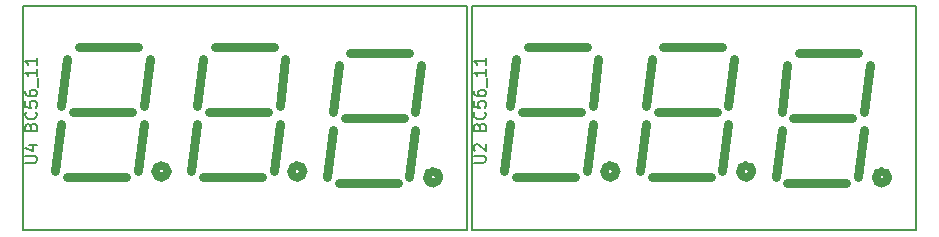
<source format=gto>
%FSLAX34Y34*%
G04 Gerber Fmt 3.4, Leading zero omitted, Abs format*
G04 (created by PCBNEW (2014-04-07 BZR 4791)-product) date ons  9 apr 2014 20:42:48*
%MOIN*%
G01*
G70*
G90*
G04 APERTURE LIST*
%ADD10C,0.005906*%
%ADD11C,0.031496*%
G04 APERTURE END LIST*
G54D10*
X54842Y-44685D02*
X54842Y-37204D01*
X69645Y-40944D02*
X69645Y-44685D01*
X69645Y-40944D02*
X69645Y-37204D01*
G54D11*
X68700Y-42913D02*
G75*
G03X68700Y-42913I-196J0D01*
G74*
G01*
X65157Y-41338D02*
X64960Y-42913D01*
X67913Y-41338D02*
X67716Y-42913D01*
X68110Y-39173D02*
X67913Y-40748D01*
X65354Y-39173D02*
X65157Y-40748D01*
X65354Y-43110D02*
X67322Y-43110D01*
X65748Y-38779D02*
X67716Y-38779D01*
X65551Y-40944D02*
X67519Y-40944D01*
X61023Y-40748D02*
X62992Y-40748D01*
X61220Y-38582D02*
X63188Y-38582D01*
X60826Y-42913D02*
X62795Y-42913D01*
X60826Y-38976D02*
X60629Y-40551D01*
X63582Y-38976D02*
X63385Y-40551D01*
X63385Y-41141D02*
X63188Y-42716D01*
X60629Y-41141D02*
X60433Y-42716D01*
X64173Y-42716D02*
G75*
G03X64173Y-42716I-196J0D01*
G74*
G01*
X59645Y-42716D02*
G75*
G03X59645Y-42716I-196J0D01*
G74*
G01*
X56102Y-41141D02*
X55905Y-42716D01*
X58858Y-41141D02*
X58661Y-42716D01*
X59055Y-38976D02*
X58858Y-40551D01*
X56299Y-38976D02*
X56102Y-40551D01*
X56299Y-42913D02*
X58267Y-42913D01*
X56692Y-38582D02*
X58661Y-38582D01*
X56496Y-40748D02*
X58464Y-40748D01*
G54D10*
X54842Y-37952D02*
X54842Y-43937D01*
X54842Y-44685D02*
X62244Y-44685D01*
X62244Y-44685D02*
X69645Y-44685D01*
X62244Y-37204D02*
X69645Y-37204D01*
X54842Y-37204D02*
X62244Y-37204D01*
X39881Y-44685D02*
X39881Y-37204D01*
X54685Y-40944D02*
X54685Y-44685D01*
X54685Y-40944D02*
X54685Y-37204D01*
G54D11*
X53740Y-42913D02*
G75*
G03X53740Y-42913I-196J0D01*
G74*
G01*
X50196Y-41338D02*
X50000Y-42913D01*
X52952Y-41338D02*
X52755Y-42913D01*
X53149Y-39173D02*
X52952Y-40748D01*
X50393Y-39173D02*
X50196Y-40748D01*
X50393Y-43110D02*
X52362Y-43110D01*
X50787Y-38779D02*
X52755Y-38779D01*
X50590Y-40944D02*
X52559Y-40944D01*
X46062Y-40748D02*
X48031Y-40748D01*
X46259Y-38582D02*
X48228Y-38582D01*
X45866Y-42913D02*
X47834Y-42913D01*
X45866Y-38976D02*
X45669Y-40551D01*
X48622Y-38976D02*
X48425Y-40551D01*
X48425Y-41141D02*
X48228Y-42716D01*
X45669Y-41141D02*
X45472Y-42716D01*
X49212Y-42716D02*
G75*
G03X49212Y-42716I-196J0D01*
G74*
G01*
X44685Y-42716D02*
G75*
G03X44685Y-42716I-196J0D01*
G74*
G01*
X41141Y-41141D02*
X40944Y-42716D01*
X43897Y-41141D02*
X43700Y-42716D01*
X44094Y-38976D02*
X43897Y-40551D01*
X41338Y-38976D02*
X41141Y-40551D01*
X41338Y-42913D02*
X43307Y-42913D01*
X41732Y-38582D02*
X43700Y-38582D01*
X41535Y-40748D02*
X43503Y-40748D01*
G54D10*
X39881Y-37952D02*
X39881Y-43937D01*
X39881Y-44685D02*
X47283Y-44685D01*
X47283Y-44685D02*
X54685Y-44685D01*
X47283Y-37204D02*
X54685Y-37204D01*
X39881Y-37204D02*
X47283Y-37204D01*
X54902Y-42425D02*
X55221Y-42425D01*
X55258Y-42407D01*
X55277Y-42388D01*
X55296Y-42350D01*
X55296Y-42275D01*
X55277Y-42238D01*
X55258Y-42219D01*
X55221Y-42200D01*
X54902Y-42200D01*
X54940Y-42032D02*
X54921Y-42013D01*
X54902Y-41976D01*
X54902Y-41882D01*
X54921Y-41844D01*
X54940Y-41826D01*
X54977Y-41807D01*
X55014Y-41807D01*
X55071Y-41826D01*
X55296Y-42050D01*
X55296Y-41807D01*
X55089Y-41226D02*
X55108Y-41169D01*
X55127Y-41151D01*
X55164Y-41132D01*
X55221Y-41132D01*
X55258Y-41151D01*
X55277Y-41169D01*
X55296Y-41207D01*
X55296Y-41357D01*
X54902Y-41357D01*
X54902Y-41226D01*
X54921Y-41188D01*
X54940Y-41169D01*
X54977Y-41151D01*
X55014Y-41151D01*
X55052Y-41169D01*
X55071Y-41188D01*
X55089Y-41226D01*
X55089Y-41357D01*
X55258Y-40738D02*
X55277Y-40757D01*
X55296Y-40813D01*
X55296Y-40851D01*
X55277Y-40907D01*
X55239Y-40944D01*
X55202Y-40963D01*
X55127Y-40982D01*
X55071Y-40982D01*
X54996Y-40963D01*
X54958Y-40944D01*
X54921Y-40907D01*
X54902Y-40851D01*
X54902Y-40813D01*
X54921Y-40757D01*
X54940Y-40738D01*
X54902Y-40382D02*
X54902Y-40569D01*
X55089Y-40588D01*
X55071Y-40569D01*
X55052Y-40532D01*
X55052Y-40438D01*
X55071Y-40401D01*
X55089Y-40382D01*
X55127Y-40363D01*
X55221Y-40363D01*
X55258Y-40382D01*
X55277Y-40401D01*
X55296Y-40438D01*
X55296Y-40532D01*
X55277Y-40569D01*
X55258Y-40588D01*
X54902Y-40026D02*
X54902Y-40101D01*
X54921Y-40138D01*
X54940Y-40157D01*
X54996Y-40194D01*
X55071Y-40213D01*
X55221Y-40213D01*
X55258Y-40194D01*
X55277Y-40176D01*
X55296Y-40138D01*
X55296Y-40063D01*
X55277Y-40026D01*
X55258Y-40007D01*
X55221Y-39988D01*
X55127Y-39988D01*
X55089Y-40007D01*
X55071Y-40026D01*
X55052Y-40063D01*
X55052Y-40138D01*
X55071Y-40176D01*
X55089Y-40194D01*
X55127Y-40213D01*
X55333Y-39913D02*
X55333Y-39613D01*
X55296Y-39313D02*
X55296Y-39538D01*
X55296Y-39426D02*
X54902Y-39426D01*
X54958Y-39463D01*
X54996Y-39501D01*
X55014Y-39538D01*
X55296Y-38938D02*
X55296Y-39163D01*
X55296Y-39051D02*
X54902Y-39051D01*
X54958Y-39088D01*
X54996Y-39126D01*
X55014Y-39163D01*
X39941Y-42425D02*
X40260Y-42425D01*
X40298Y-42407D01*
X40316Y-42388D01*
X40335Y-42350D01*
X40335Y-42275D01*
X40316Y-42238D01*
X40298Y-42219D01*
X40260Y-42200D01*
X39941Y-42200D01*
X40073Y-41844D02*
X40335Y-41844D01*
X39923Y-41938D02*
X40204Y-42032D01*
X40204Y-41788D01*
X40129Y-41226D02*
X40148Y-41169D01*
X40166Y-41151D01*
X40204Y-41132D01*
X40260Y-41132D01*
X40298Y-41151D01*
X40316Y-41169D01*
X40335Y-41207D01*
X40335Y-41357D01*
X39941Y-41357D01*
X39941Y-41226D01*
X39960Y-41188D01*
X39979Y-41169D01*
X40016Y-41151D01*
X40054Y-41151D01*
X40091Y-41169D01*
X40110Y-41188D01*
X40129Y-41226D01*
X40129Y-41357D01*
X40298Y-40738D02*
X40316Y-40757D01*
X40335Y-40813D01*
X40335Y-40851D01*
X40316Y-40907D01*
X40279Y-40944D01*
X40241Y-40963D01*
X40166Y-40982D01*
X40110Y-40982D01*
X40035Y-40963D01*
X39998Y-40944D01*
X39960Y-40907D01*
X39941Y-40851D01*
X39941Y-40813D01*
X39960Y-40757D01*
X39979Y-40738D01*
X39941Y-40382D02*
X39941Y-40569D01*
X40129Y-40588D01*
X40110Y-40569D01*
X40091Y-40532D01*
X40091Y-40438D01*
X40110Y-40401D01*
X40129Y-40382D01*
X40166Y-40363D01*
X40260Y-40363D01*
X40298Y-40382D01*
X40316Y-40401D01*
X40335Y-40438D01*
X40335Y-40532D01*
X40316Y-40569D01*
X40298Y-40588D01*
X39941Y-40026D02*
X39941Y-40101D01*
X39960Y-40138D01*
X39979Y-40157D01*
X40035Y-40194D01*
X40110Y-40213D01*
X40260Y-40213D01*
X40298Y-40194D01*
X40316Y-40176D01*
X40335Y-40138D01*
X40335Y-40063D01*
X40316Y-40026D01*
X40298Y-40007D01*
X40260Y-39988D01*
X40166Y-39988D01*
X40129Y-40007D01*
X40110Y-40026D01*
X40091Y-40063D01*
X40091Y-40138D01*
X40110Y-40176D01*
X40129Y-40194D01*
X40166Y-40213D01*
X40373Y-39913D02*
X40373Y-39613D01*
X40335Y-39313D02*
X40335Y-39538D01*
X40335Y-39426D02*
X39941Y-39426D01*
X39998Y-39463D01*
X40035Y-39501D01*
X40054Y-39538D01*
X40335Y-38938D02*
X40335Y-39163D01*
X40335Y-39051D02*
X39941Y-39051D01*
X39998Y-39088D01*
X40035Y-39126D01*
X40054Y-39163D01*
M02*

</source>
